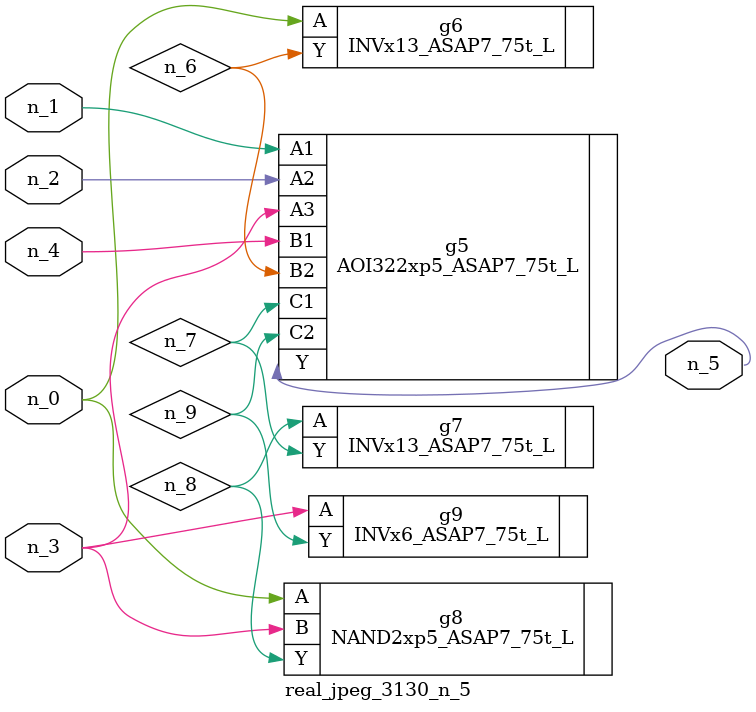
<source format=v>
module real_jpeg_3130_n_5 (n_4, n_0, n_1, n_2, n_3, n_5);

input n_4;
input n_0;
input n_1;
input n_2;
input n_3;

output n_5;

wire n_8;
wire n_6;
wire n_7;
wire n_9;

INVx13_ASAP7_75t_L g6 ( 
.A(n_0),
.Y(n_6)
);

NAND2xp5_ASAP7_75t_L g8 ( 
.A(n_0),
.B(n_3),
.Y(n_8)
);

AOI322xp5_ASAP7_75t_L g5 ( 
.A1(n_1),
.A2(n_2),
.A3(n_3),
.B1(n_4),
.B2(n_6),
.C1(n_7),
.C2(n_9),
.Y(n_5)
);

INVx6_ASAP7_75t_L g9 ( 
.A(n_3),
.Y(n_9)
);

INVx13_ASAP7_75t_L g7 ( 
.A(n_8),
.Y(n_7)
);


endmodule
</source>
